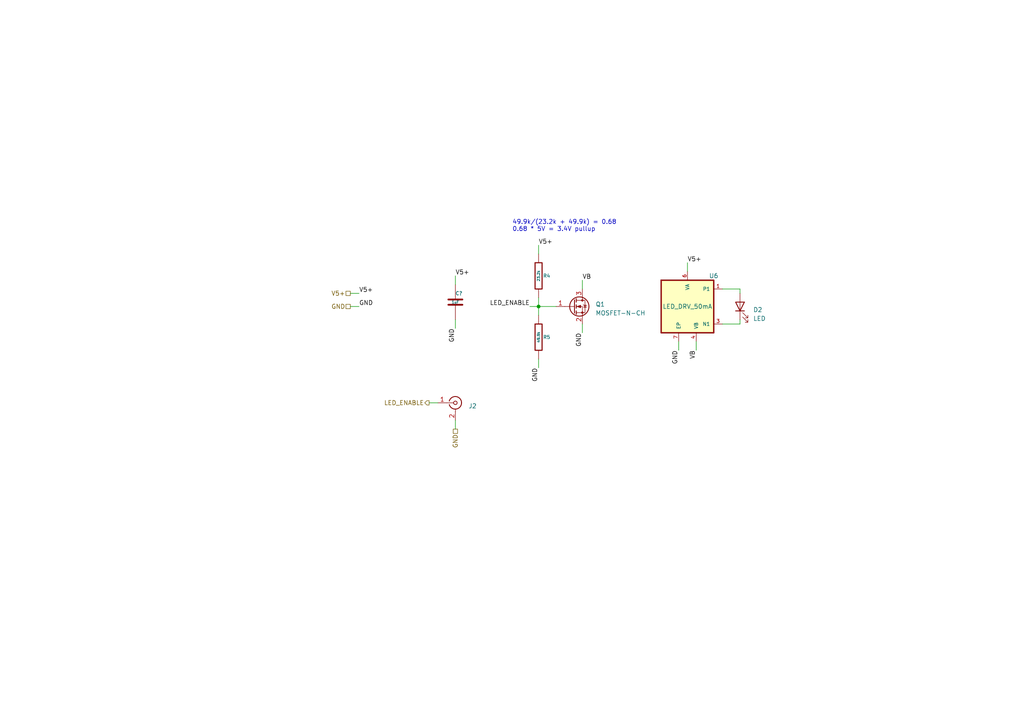
<source format=kicad_sch>
(kicad_sch (version 20230121) (generator eeschema)
  (paper "A4")
  (title_block (title "wingbeat_detector") (rev "3.0") (company "Howard Hughes Medical Institute"))
  (lib_symbols
    (symbol "Janelia:CONN_UMC_JACK_SMD" (pin_names (offset 1.016) hide)
      (property "Reference" "J" (at 0.254 3.048 0))
      (symbol "CONN_UMC_JACK_SMD_0_1"
        (arc (start -1.778 -0.508) (mid 0.2311 -1.8066) (end 1.778 0) (stroke (width 0.254)))
        (polyline (pts (xy -2.54 0) (xy -0.508 0)))
        (polyline (pts (xy 0 -2.54) (xy 0 -1.778)))
        (circle (center 0 0) (radius 0.508) (stroke (width 0.2032)))
        (arc (start 1.778 0) (mid 0.2099 1.8101) (end -1.778 0.508) (stroke (width 0.254)))
      )
      (symbol "CONN_UMC_JACK_SMD_1_1"
        (pin passive line (at -5.08 0 0) (length 2.54) (name "In") (number "1"))
        (pin passive line (at 0 -5.08 90) (length 2.54) (name "Ext") (number "2"))
      )
    )
    (symbol "Janelia:C_1uF_0402" (pin_numbers hide) (pin_names (offset 0.254))
      (property "Reference" "C" (at 0 2.54 0))
      (property "Value" "1uF" (at 0 0 0))
      (symbol "C_1uF_0402_0_1"
        (polyline (pts (xy -2.032 -0.762) (xy 2.032 -0.762)) (stroke (width 0.508)))
        (polyline (pts (xy -2.032 0.762) (xy 2.032 0.762)) (stroke (width 0.508)))
      )
      (symbol "C_1uF_0402_1_1"
        (pin passive line (at 0 5.08 270) (length 4.318) (name "~") (number "1"))
        (pin passive line (at 0 -5.08 90) (length 4.318) (name "~") (number "2"))
      )
    )
    (symbol "Janelia:LED_940nm_RADIAL_RA_SMD_BRIGHT" (pin_numbers hide) (pin_names (offset 1.016) hide)
      (property "Reference" "D" (at 0 2.54 0))
      (property "Value" "LED" (at 0 -2.54 0))
      (symbol "LED_940nm_RADIAL_RA_SMD_BRIGHT_0_1"
        (polyline (pts (xy -1.27 -1.27) (xy -1.27 1.27)) (stroke (width 0.254)))
        (polyline (pts (xy -1.27 0) (xy 1.27 0)))
        (polyline (pts (xy 1.27 -1.27) (xy 1.27 1.27) (xy -1.27 0) (xy 1.27 -1.27)) (stroke (width 0.254)))
        (polyline (pts (xy -3.048 -0.762) (xy -4.572 -2.286) (xy -3.81 -2.286) (xy -4.572 -2.286) (xy -4.572 -1.524)))
        (polyline (pts (xy -1.778 -0.762) (xy -3.302 -2.286) (xy -2.54 -2.286) (xy -3.302 -2.286) (xy -3.302 -1.524)))
      )
      (symbol "LED_940nm_RADIAL_RA_SMD_BRIGHT_1_1"
        (pin passive line (at -3.81 0 0) (length 2.54) (name "K") (number "1"))
        (pin passive line (at 3.81 0 180) (length 2.54) (name "A") (number "2"))
      )
    )
    (symbol "Janelia:LED_DRIVER_50mA" (pin_names (offset 1.016))
      (property "Reference" "U" (at 12.7 17.78 0))
      (property "Value" "LED_DRV_50mA" (at 0 0 0))
      (symbol "LED_DRIVER_50mA_0_0"
        (rectangle (start -7.62 7.62) (end 7.62 -7.62) (stroke (width 0.4064)) (fill (type background)))
        (pin power_out line (at 10.16 5.08 180) (length 2.54) (name "P1") (number "1"))
        (pin power_out line (at 10.16 -5.08 180) (length 2.54) (name "N1") (number "3"))
        (pin power_in line (at 2.54 -10.16 90) (length 2.54) (name "VB") (number "4"))
        (pin power_in line (at 0 10.16 270) (length 2.54) (name "VA") (number "6"))
        (pin passive line (at -2.54 -10.16 90) (length 2.54) (name "EP") (number "7"))
      )
    )
    (symbol "Janelia:MOSFET-N-CH-EN-CSD17483F4" (pin_names hide)
      (property "Reference" "Q" (at 5.08 1.905 0))
      (property "Value" "MOSFET-N-CH" (at 5.08 0 0))
      (symbol "MOSFET-N-CH-EN-CSD17483F4_0_1"
        (polyline (pts (xy 0.254 0) (xy -2.54 0)))
        (polyline (pts (xy 0.254 1.905) (xy 0.254 -1.905)) (stroke (width 0.254)))
        (polyline (pts (xy 0.762 -1.27) (xy 0.762 -2.286)) (stroke (width 0.254)))
        (polyline (pts (xy 0.762 0.508) (xy 0.762 -0.508)) (stroke (width 0.254)))
        (polyline (pts (xy 0.762 2.286) (xy 0.762 1.27)) (stroke (width 0.254)))
        (polyline (pts (xy 2.54 2.54) (xy 2.54 1.778)))
        (polyline (pts (xy 2.54 -2.54) (xy 2.54 0) (xy 0.762 0)))
        (polyline (pts (xy 0.762 -1.778) (xy 3.302 -1.778) (xy 3.302 1.778) (xy 0.762 1.778)))
        (polyline (pts (xy 1.016 0) (xy 2.032 0.381) (xy 2.032 -0.381) (xy 1.016 0)) (fill (type outline)))
        (polyline (pts (xy 2.794 0.508) (xy 2.921 0.381) (xy 3.683 0.381) (xy 3.81 0.254)))
        (polyline (pts (xy 3.302 0.381) (xy 2.921 -0.254) (xy 3.683 -0.254) (xy 3.302 0.381)))
        (circle (center 1.651 0) (radius 2.794) (stroke (width 0.254)))
        (circle (center 2.54 -1.778) (radius 0.254) (fill (type outline)))
        (circle (center 2.54 1.778) (radius 0.254) (fill (type outline)))
      )
      (symbol "MOSFET-N-CH-EN-CSD17483F4_1_1"
        (pin input line (at -5.08 0 0) (length 2.54) (name "G") (number "1"))
        (pin passive line (at 2.54 -5.08 90) (length 2.54) (name "S") (number "2"))
        (pin passive line (at 2.54 5.08 270) (length 2.54) (name "D") (number "3"))
      )
    )
    (symbol "Janelia:R_23.2k_0402" (pin_numbers hide) (pin_names (offset 0))
      (property "Reference" "R" (at 2.032 0 90))
      (property "Value" "23.2k" (at 0 0 90))
      (symbol "R_23.2k_0402_0_1"
        (rectangle (start -1.016 3.81) (end 1.016 -3.81) (stroke (width 0.3048)))
      )
      (symbol "R_23.2k_0402_1_1"
        (pin passive line (at 0 6.35 270) (length 2.54) (name "~") (number "1"))
        (pin passive line (at 0 -6.35 90) (length 2.54) (name "~") (number "2"))
      )
    )
    (symbol "Janelia:R_49.9k_0402" (pin_numbers hide) (pin_names (offset 0))
      (property "Reference" "R" (at 2.032 0 90))
      (property "Value" "49.9k" (at 0 0 90))
      (symbol "R_49.9k_0402_0_1"
        (rectangle (start -1.016 3.81) (end 1.016 -3.81) (stroke (width 0.3048)))
      )
      (symbol "R_49.9k_0402_1_1"
        (pin passive line (at 0 6.35 270) (length 2.54) (name "~") (number "1"))
        (pin passive line (at 0 -6.35 90) (length 2.54) (name "~") (number "2"))
      )
    )
  )
  (junction (at 156.21 88.9))
  (wire (pts (xy 132.08 92.71) (xy 132.08 95.25)))
  (wire (pts (xy 209.55 93.98) (xy 214.63 93.98)))
  (wire (pts (xy 156.21 88.9) (xy 156.21 91.44)))
  (wire (pts (xy 132.08 82.55) (xy 132.08 80.01)))
  (wire (pts (xy 132.08 121.92) (xy 132.08 124.46)))
  (wire (pts (xy 199.39 76.2) (xy 199.39 78.74)))
  (wire (pts (xy 214.63 83.82) (xy 214.63 85.09)))
  (wire (pts (xy 124.46 116.84) (xy 127 116.84)))
  (wire (pts (xy 101.6 85.09) (xy 104.14 85.09)))
  (wire (pts (xy 156.21 104.14) (xy 156.21 106.68)))
  (wire (pts (xy 214.63 92.71) (xy 214.63 93.98)))
  (wire (pts (xy 168.91 93.98) (xy 168.91 96.52)))
  (wire (pts (xy 201.93 99.06) (xy 201.93 101.6)))
  (wire (pts (xy 156.21 86.36) (xy 156.21 88.9)))
  (wire (pts (xy 153.67 88.9) (xy 156.21 88.9)))
  (wire (pts (xy 101.6 88.9) (xy 104.14 88.9)))
  (wire (pts (xy 168.91 81.28) (xy 168.91 83.82)))
  (wire (pts (xy 156.21 73.66) (xy 156.21 71.12)))
  (wire (pts (xy 209.55 83.82) (xy 214.63 83.82)))
  (wire (pts (xy 196.85 99.06) (xy 196.85 101.6)))
  (wire (pts (xy 156.21 88.9) (xy 161.29 88.9)))
  (text "49.9k/(23.2k + 49.9k) = 0.68\n0.68 * 5V = 3.4V pullup" (at 148.59 67.31 0) (effects (font (size 1.27 1.27)) (justify left bottom)))
  (label "V5+" (at 156.21 71.12 0))
  (label "V5+" (at 199.39 76.2 0))
  (label "V5+" (at 104.14 85.09 0))
  (label "GND" (at 104.14 88.9 0))
  (label "GND" (at 132.08 95.25 270))
  (label "GND" (at 156.21 106.68 270))
  (label "GND" (at 168.91 96.52 270))
  (label "GND" (at 196.85 101.6 270))
  (label "VB" (at 201.93 101.6 270))
  (label "VB" (at 168.91 81.28 0))
  (label "V5+" (at 132.08 80.01 0))
  (label "LED_ENABLE" (at 153.67 88.9 180))
  (hierarchical_label "V5+" (shape passive) (at 101.6 85.09 180))
  (hierarchical_label "LED_ENABLE" (shape output) (at 124.46 116.84 180))
  (hierarchical_label "GND" (shape passive) (at 101.6 88.9 180))
  (hierarchical_label "GND" (shape passive) (at 132.08 124.46 270))
  (symbol (lib_id "Janelia:C_1uF_0402") (at 132.08 87.63 0) (unit 1)
    (property "Reference" "C?" (at 132.08 85.09 0) (effects (font (size 1.016 1.016)) (justify left)))
    (property "Value" "1uF" (at 132.08 87.63 0) (effects (font (size 0.762 0.762))))
    (property "Footprint" "Janelia:C_0402_1005Metric" (effects hide))
    (property "Vendor" "Digi-Key" (effects hide))
    (property "Vendor Part Number" "1276-6796-1-ND" (effects hide))
    (property "Description" "CAP CER 1UF 35V X5R" (effects hide))
    (property "Package" "0402" (effects hide))
    (property "Manufacturer" "Samsung Electro-Mechanics" (effects hide))
    (property "Manufacturer Part Number" "CL05A105KL5NRNC" (effects hide))
    (instances (project "wingbeat_detector" (path "" (reference "C?") (unit 1)) (path "" (reference "C9") (unit 1))))
  )
  (symbol (lib_id "Janelia:R_23.2k_0402") (at 156.21 80.01 0) (unit 1)
    (property "Reference" "R4" (at 157.48 80.01 0) (effects (font (size 1.016 1.016)) (justify left)))
    (property "Value" "23.2k" (at 156.21 80.01 90) (effects (font (size 0.762 0.762))))
    (property "Footprint" "Janelia:R_0402_1005Metric" (effects hide))
    (property "Vendor" "Digi-Key" (effects hide))
    (property "Vendor Part Number" "P23.2KLCT-ND" (effects hide))
    (property "Description" "RES SMD 23.2K OHM 1% 1/10W" (effects hide))
    (property "Package" "0402" (effects hide))
    (property "Manufacturer" "Panasonic Electronic Components" (effects hide))
    (property "Manufacturer Part Number" "ERJ-2RKF2322X" (effects hide))
  )
  (symbol (lib_id "Janelia:MOSFET-N-CH-EN-CSD17483F4") (at 166.37 88.9 0) (unit 1)
    (property "Reference" "Q1" (at 172.72 88.265 0) (effects (justify left)))
    (property "Value" "MOSFET-N-CH" (at 172.72 90.805 0) (effects (justify left)))
    (property "Footprint" "Janelia:XFDFN-3" (effects hide))
    (property "Description" "MOSFET N-CH 30V 1.5A 3PICOSTAR" (effects hide))
    (property "Manufacturer" "Texas Instruments" (effects hide))
    (property "Manufacturer Part Number" "CSD17483F4" (effects hide))
    (property "Vendor" "Digi-Key" (effects hide))
    (property "Vendor Part Number" "296-38914-1-ND" (effects hide))
  )
  (symbol (lib_id "Janelia:R_49.9k_0402") (at 156.21 97.79 0) (unit 1)
    (property "Reference" "R5" (at 157.48 97.79 0) (effects (font (size 1.016 1.016)) (justify left)))
    (property "Value" "49.9k" (at 156.21 97.79 90) (effects (font (size 0.762 0.762))))
    (property "Footprint" "Janelia:R_0402_1005Metric" (effects hide))
    (property "Vendor" "Digi-Key" (effects hide))
    (property "Vendor Part Number" "P49.9KLCT-ND" (effects hide))
    (property "Description" "RES SMD 49.9K OHM 1% 1/10W" (effects hide))
    (property "Package" "0402" (effects hide))
    (property "Manufacturer" "Panasonic Electronic Components" (effects hide))
    (property "Manufacturer Part Number" "ERJ-2RKF4992X" (effects hide))
  )
  (symbol (lib_id "Janelia:CONN_UMC_JACK_SMD") (at 132.08 116.84 0) (unit 1)
    (property "Reference" "J2" (at 135.89 117.7682 0) (effects (justify left)))
    (property "Value" "CONN_UMC_JACK_SMD" (effects hide))
    (property "Footprint" "Janelia:UMC_AMPHENOL_A-1JB" (effects hide))
    (property "Manufacturer" "Amphenol RF" (effects hide))
    (property "Manufacturer Part Number" "A-1JB" (effects hide))
    (property "Vendor" "Digi-Key" (effects hide))
    (property "Vendor Part Number" "115-A-1JBCT-ND" (effects hide))
    (property "Description" "CONN UMC JACK STR 50 OHM SMD" (effects hide))
    (instances (project "wingbeat_detector" (path "" (reference "J2") (unit 1)) (path "" (reference "J2") (unit 1)) (path "" (reference "J4") (unit 1))))
  )
  (symbol (lib_id "Janelia:LED_DRIVER_50mA") (at 199.39 88.9 0) (unit 1)
    (property "Reference" "U6" (at 207.01 80.01 0))
    (property "Value" "LED_DRV_50mA" (at 199.39 88.9 0))
    (property "Footprint" "Janelia:DFN-6-1EP_2x2mm_P0.65mm_EP1x1.6mm" (effects hide))
    (property "Package" "6DFN" (effects hide))
    (property "Manufacturer" "American Bright Optoelectronics Corporation" (effects hide))
    (property "Manufacturer Part Number" "AB-EZPC-10" (effects hide))
    (property "Vendor" "Digi-Key" (effects hide))
    (property "Vendor Part Number" "AB-EZPC-10CT-ND" (effects hide))
    (property "Description" "IC LED DRIVER LINEAR 50MA" (effects hide))
  )
  (symbol (lib_id "Janelia:LED_940nm_RADIAL_RA_SMD_BRIGHT") (at 214.63 88.9 90) (unit 1)
    (property "Reference" "D2" (at 218.44 89.8525 90) (effects (justify right)))
    (property "Value" "LED" (at 218.44 92.3925 90) (effects (justify right)))
    (property "Footprint" "Janelia:LED_RADIAL_RA_SMD_BRIGHT" (effects hide))
    (property "Manufacturer" "American Bright Optoelectronics Corporation" (effects hide))
    (property "Manufacturer Part Number" "BIR-BM17J8V-FZ04" (effects hide))
    (property "Vendor" "Digi-Key" (effects hide))
    (property "Vendor Part Number" "BIR-BM17J8V-FZ04CT-ND" (effects hide))
    (property "Description" "5MM 940 IR" (effects hide))
  )
)
</source>
